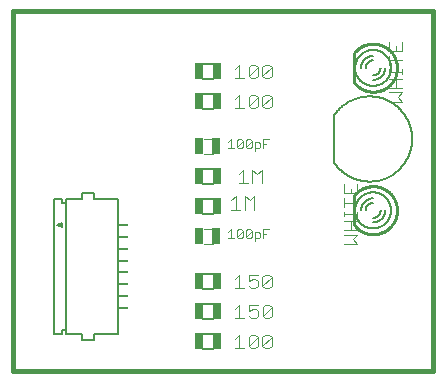
<source format=gto>
G75*
%MOIN*%
%OFA0B0*%
%FSLAX25Y25*%
%IPPOS*%
%LPD*%
%AMOC8*
5,1,8,0,0,1.08239X$1,22.5*
%
%ADD10C,0.01600*%
%ADD11C,0.01000*%
%ADD12C,0.00600*%
%ADD13C,0.00400*%
%ADD14R,0.02559X0.05512*%
%ADD15C,0.00800*%
%ADD16R,0.03346X0.00787*%
%ADD17C,0.00500*%
%ADD18R,0.02953X0.05709*%
%ADD19C,0.00300*%
D10*
X0001800Y0001800D02*
X0141800Y0001800D01*
X0141800Y0121800D01*
X0001800Y0121800D01*
X0001800Y0001800D01*
D11*
X0115600Y0050550D02*
X0115600Y0060550D01*
X0128613Y0059743D02*
X0128712Y0059578D01*
X0128807Y0059411D01*
X0128897Y0059242D01*
X0128984Y0059071D01*
X0129066Y0058897D01*
X0129144Y0058722D01*
X0129218Y0058545D01*
X0129288Y0058366D01*
X0129353Y0058186D01*
X0129414Y0058004D01*
X0129471Y0057821D01*
X0129523Y0057636D01*
X0129571Y0057450D01*
X0129614Y0057263D01*
X0129653Y0057075D01*
X0129688Y0056887D01*
X0129717Y0056697D01*
X0129743Y0056507D01*
X0129763Y0056316D01*
X0129779Y0056125D01*
X0129791Y0055933D01*
X0129798Y0055742D01*
X0129800Y0055550D01*
X0128746Y0059519D02*
X0128647Y0059688D01*
X0128543Y0059854D01*
X0128436Y0060018D01*
X0128325Y0060179D01*
X0128210Y0060337D01*
X0128091Y0060492D01*
X0127968Y0060645D01*
X0127842Y0060794D01*
X0127712Y0060940D01*
X0127578Y0061083D01*
X0127441Y0061223D01*
X0127301Y0061359D01*
X0127157Y0061492D01*
X0127010Y0061621D01*
X0126860Y0061747D01*
X0126707Y0061868D01*
X0126551Y0061987D01*
X0126392Y0062101D01*
X0126231Y0062211D01*
X0126066Y0062317D01*
X0125900Y0062420D01*
X0125730Y0062518D01*
X0125559Y0062612D01*
X0125385Y0062702D01*
X0125209Y0062787D01*
X0125031Y0062869D01*
X0124851Y0062945D01*
X0124669Y0063018D01*
X0124486Y0063086D01*
X0124301Y0063149D01*
X0124114Y0063208D01*
X0123926Y0063262D01*
X0123737Y0063312D01*
X0123547Y0063357D01*
X0123355Y0063397D01*
X0123163Y0063433D01*
X0122970Y0063464D01*
X0122776Y0063490D01*
X0122581Y0063512D01*
X0122386Y0063528D01*
X0122191Y0063540D01*
X0121995Y0063548D01*
X0121800Y0063550D01*
X0129800Y0055550D02*
X0129798Y0055362D01*
X0129791Y0055174D01*
X0129780Y0054986D01*
X0129765Y0054798D01*
X0129745Y0054611D01*
X0129720Y0054425D01*
X0129692Y0054239D01*
X0129659Y0054053D01*
X0129621Y0053869D01*
X0129580Y0053686D01*
X0129534Y0053503D01*
X0129483Y0053322D01*
X0129429Y0053142D01*
X0129370Y0052963D01*
X0129307Y0052786D01*
X0129240Y0052610D01*
X0129169Y0052436D01*
X0129094Y0052263D01*
X0129014Y0052093D01*
X0128931Y0051924D01*
X0128844Y0051757D01*
X0121800Y0047550D02*
X0121605Y0047552D01*
X0121411Y0047559D01*
X0121217Y0047571D01*
X0121023Y0047588D01*
X0120829Y0047609D01*
X0120636Y0047635D01*
X0120444Y0047666D01*
X0120252Y0047701D01*
X0120062Y0047741D01*
X0119872Y0047786D01*
X0119684Y0047835D01*
X0119497Y0047889D01*
X0119311Y0047947D01*
X0119127Y0048010D01*
X0118944Y0048077D01*
X0118763Y0048149D01*
X0118584Y0048225D01*
X0118407Y0048305D01*
X0118232Y0048390D01*
X0118058Y0048479D01*
X0117888Y0048572D01*
X0117719Y0048669D01*
X0117553Y0048771D01*
X0117389Y0048876D01*
X0117228Y0048985D01*
X0117069Y0049098D01*
X0116914Y0049215D01*
X0116761Y0049336D01*
X0116612Y0049461D01*
X0116465Y0049589D01*
X0116321Y0049720D01*
X0116181Y0049855D01*
X0116044Y0049994D01*
X0115911Y0050135D01*
X0115781Y0050280D01*
X0115654Y0050428D01*
X0121800Y0047550D02*
X0121992Y0047552D01*
X0122184Y0047559D01*
X0122376Y0047571D01*
X0122568Y0047587D01*
X0122759Y0047608D01*
X0122949Y0047633D01*
X0123139Y0047663D01*
X0123328Y0047697D01*
X0123516Y0047736D01*
X0123703Y0047780D01*
X0123889Y0047828D01*
X0124074Y0047880D01*
X0124258Y0047937D01*
X0124440Y0047998D01*
X0124620Y0048064D01*
X0124799Y0048134D01*
X0124977Y0048208D01*
X0125152Y0048286D01*
X0125326Y0048369D01*
X0125497Y0048456D01*
X0125666Y0048546D01*
X0125833Y0048641D01*
X0125998Y0048740D01*
X0126161Y0048843D01*
X0126320Y0048950D01*
X0126478Y0049060D01*
X0126632Y0049174D01*
X0126784Y0049292D01*
X0126933Y0049414D01*
X0127079Y0049539D01*
X0127221Y0049667D01*
X0127361Y0049799D01*
X0127498Y0049934D01*
X0127631Y0050073D01*
X0127761Y0050214D01*
X0127887Y0050359D01*
X0128010Y0050507D01*
X0128129Y0050657D01*
X0128245Y0050811D01*
X0128357Y0050967D01*
X0128465Y0051126D01*
X0128570Y0051287D01*
X0128670Y0051451D01*
X0128766Y0051617D01*
X0128859Y0051785D01*
X0121800Y0063550D02*
X0121607Y0063548D01*
X0121414Y0063541D01*
X0121222Y0063529D01*
X0121029Y0063513D01*
X0120837Y0063492D01*
X0120646Y0063466D01*
X0120456Y0063436D01*
X0120266Y0063401D01*
X0120077Y0063362D01*
X0119889Y0063318D01*
X0119702Y0063270D01*
X0119516Y0063217D01*
X0119332Y0063160D01*
X0119149Y0063098D01*
X0118968Y0063032D01*
X0118788Y0062961D01*
X0118610Y0062887D01*
X0118434Y0062808D01*
X0118260Y0062724D01*
X0118088Y0062637D01*
X0117918Y0062545D01*
X0117751Y0062449D01*
X0117585Y0062350D01*
X0117422Y0062246D01*
X0117262Y0062139D01*
X0117105Y0062027D01*
X0116950Y0061912D01*
X0116798Y0061793D01*
X0116649Y0061671D01*
X0116502Y0061545D01*
X0116359Y0061415D01*
X0116219Y0061282D01*
X0116083Y0061146D01*
X0115949Y0061006D01*
X0115820Y0060864D01*
X0115693Y0060718D01*
X0115600Y0098050D02*
X0115600Y0108050D01*
X0128613Y0107243D02*
X0128712Y0107078D01*
X0128807Y0106911D01*
X0128897Y0106742D01*
X0128984Y0106571D01*
X0129066Y0106397D01*
X0129144Y0106222D01*
X0129218Y0106045D01*
X0129288Y0105866D01*
X0129353Y0105686D01*
X0129414Y0105504D01*
X0129471Y0105321D01*
X0129523Y0105136D01*
X0129571Y0104950D01*
X0129614Y0104763D01*
X0129653Y0104575D01*
X0129688Y0104387D01*
X0129717Y0104197D01*
X0129743Y0104007D01*
X0129763Y0103816D01*
X0129779Y0103625D01*
X0129791Y0103433D01*
X0129798Y0103242D01*
X0129800Y0103050D01*
X0128746Y0107019D02*
X0128647Y0107188D01*
X0128543Y0107354D01*
X0128436Y0107518D01*
X0128325Y0107679D01*
X0128210Y0107837D01*
X0128091Y0107992D01*
X0127968Y0108145D01*
X0127842Y0108294D01*
X0127712Y0108440D01*
X0127578Y0108583D01*
X0127441Y0108723D01*
X0127301Y0108859D01*
X0127157Y0108992D01*
X0127010Y0109121D01*
X0126860Y0109247D01*
X0126707Y0109368D01*
X0126551Y0109487D01*
X0126392Y0109601D01*
X0126231Y0109711D01*
X0126066Y0109817D01*
X0125900Y0109920D01*
X0125730Y0110018D01*
X0125559Y0110112D01*
X0125385Y0110202D01*
X0125209Y0110287D01*
X0125031Y0110369D01*
X0124851Y0110445D01*
X0124669Y0110518D01*
X0124486Y0110586D01*
X0124301Y0110649D01*
X0124114Y0110708D01*
X0123926Y0110762D01*
X0123737Y0110812D01*
X0123547Y0110857D01*
X0123355Y0110897D01*
X0123163Y0110933D01*
X0122970Y0110964D01*
X0122776Y0110990D01*
X0122581Y0111012D01*
X0122386Y0111028D01*
X0122191Y0111040D01*
X0121995Y0111048D01*
X0121800Y0111050D01*
X0129800Y0103050D02*
X0129798Y0102862D01*
X0129791Y0102674D01*
X0129780Y0102486D01*
X0129765Y0102298D01*
X0129745Y0102111D01*
X0129720Y0101925D01*
X0129692Y0101739D01*
X0129659Y0101553D01*
X0129621Y0101369D01*
X0129580Y0101186D01*
X0129534Y0101003D01*
X0129483Y0100822D01*
X0129429Y0100642D01*
X0129370Y0100463D01*
X0129307Y0100286D01*
X0129240Y0100110D01*
X0129169Y0099936D01*
X0129094Y0099763D01*
X0129014Y0099593D01*
X0128931Y0099424D01*
X0128844Y0099257D01*
X0121800Y0095050D02*
X0121605Y0095052D01*
X0121411Y0095059D01*
X0121217Y0095071D01*
X0121023Y0095088D01*
X0120829Y0095109D01*
X0120636Y0095135D01*
X0120444Y0095166D01*
X0120252Y0095201D01*
X0120062Y0095241D01*
X0119872Y0095286D01*
X0119684Y0095335D01*
X0119497Y0095389D01*
X0119311Y0095447D01*
X0119127Y0095510D01*
X0118944Y0095577D01*
X0118763Y0095649D01*
X0118584Y0095725D01*
X0118407Y0095805D01*
X0118232Y0095890D01*
X0118058Y0095979D01*
X0117888Y0096072D01*
X0117719Y0096169D01*
X0117553Y0096271D01*
X0117389Y0096376D01*
X0117228Y0096485D01*
X0117069Y0096598D01*
X0116914Y0096715D01*
X0116761Y0096836D01*
X0116612Y0096961D01*
X0116465Y0097089D01*
X0116321Y0097220D01*
X0116181Y0097355D01*
X0116044Y0097494D01*
X0115911Y0097635D01*
X0115781Y0097780D01*
X0115654Y0097928D01*
X0121800Y0095050D02*
X0121992Y0095052D01*
X0122184Y0095059D01*
X0122376Y0095071D01*
X0122568Y0095087D01*
X0122759Y0095108D01*
X0122949Y0095133D01*
X0123139Y0095163D01*
X0123328Y0095197D01*
X0123516Y0095236D01*
X0123703Y0095280D01*
X0123889Y0095328D01*
X0124074Y0095380D01*
X0124258Y0095437D01*
X0124440Y0095498D01*
X0124620Y0095564D01*
X0124799Y0095634D01*
X0124977Y0095708D01*
X0125152Y0095786D01*
X0125326Y0095869D01*
X0125497Y0095956D01*
X0125666Y0096046D01*
X0125833Y0096141D01*
X0125998Y0096240D01*
X0126161Y0096343D01*
X0126320Y0096450D01*
X0126478Y0096560D01*
X0126632Y0096674D01*
X0126784Y0096792D01*
X0126933Y0096914D01*
X0127079Y0097039D01*
X0127221Y0097167D01*
X0127361Y0097299D01*
X0127498Y0097434D01*
X0127631Y0097573D01*
X0127761Y0097714D01*
X0127887Y0097859D01*
X0128010Y0098007D01*
X0128129Y0098157D01*
X0128245Y0098311D01*
X0128357Y0098467D01*
X0128465Y0098626D01*
X0128570Y0098787D01*
X0128670Y0098951D01*
X0128766Y0099117D01*
X0128859Y0099285D01*
X0121800Y0111050D02*
X0121607Y0111048D01*
X0121414Y0111041D01*
X0121222Y0111029D01*
X0121029Y0111013D01*
X0120837Y0110992D01*
X0120646Y0110966D01*
X0120456Y0110936D01*
X0120266Y0110901D01*
X0120077Y0110862D01*
X0119889Y0110818D01*
X0119702Y0110770D01*
X0119516Y0110717D01*
X0119332Y0110660D01*
X0119149Y0110598D01*
X0118968Y0110532D01*
X0118788Y0110461D01*
X0118610Y0110387D01*
X0118434Y0110308D01*
X0118260Y0110224D01*
X0118088Y0110137D01*
X0117918Y0110045D01*
X0117751Y0109949D01*
X0117585Y0109850D01*
X0117422Y0109746D01*
X0117262Y0109639D01*
X0117105Y0109527D01*
X0116950Y0109412D01*
X0116798Y0109293D01*
X0116649Y0109171D01*
X0116502Y0109045D01*
X0116359Y0108915D01*
X0116219Y0108782D01*
X0116083Y0108646D01*
X0115949Y0108506D01*
X0115820Y0108364D01*
X0115693Y0108218D01*
D12*
X0126285Y0107036D02*
X0126383Y0106922D01*
X0126479Y0106806D01*
X0126571Y0106688D01*
X0126661Y0106567D01*
X0126748Y0106444D01*
X0126831Y0106319D01*
X0126911Y0106192D01*
X0126989Y0106063D01*
X0127062Y0105932D01*
X0127133Y0105800D01*
X0127200Y0105665D01*
X0127264Y0105529D01*
X0127324Y0105391D01*
X0127381Y0105252D01*
X0127435Y0105112D01*
X0127485Y0104970D01*
X0127531Y0104827D01*
X0127574Y0104683D01*
X0127613Y0104537D01*
X0127648Y0104391D01*
X0127680Y0104244D01*
X0127708Y0104097D01*
X0127732Y0103948D01*
X0127753Y0103799D01*
X0127770Y0103650D01*
X0127783Y0103500D01*
X0127792Y0103350D01*
X0127798Y0103200D01*
X0127800Y0103050D01*
X0121800Y0097050D02*
X0121646Y0097052D01*
X0121492Y0097058D01*
X0121338Y0097068D01*
X0121184Y0097082D01*
X0121031Y0097099D01*
X0120879Y0097121D01*
X0120727Y0097147D01*
X0120575Y0097176D01*
X0120425Y0097210D01*
X0120275Y0097247D01*
X0120127Y0097288D01*
X0119979Y0097333D01*
X0119833Y0097382D01*
X0119688Y0097434D01*
X0119545Y0097490D01*
X0119402Y0097550D01*
X0119262Y0097613D01*
X0119123Y0097680D01*
X0118986Y0097751D01*
X0118851Y0097825D01*
X0118718Y0097902D01*
X0118586Y0097983D01*
X0118457Y0098067D01*
X0118330Y0098155D01*
X0118206Y0098246D01*
X0118084Y0098339D01*
X0117964Y0098437D01*
X0117847Y0098537D01*
X0117732Y0098640D01*
X0117620Y0098746D01*
X0117511Y0098854D01*
X0117405Y0098966D01*
X0117301Y0099080D01*
X0117201Y0099197D01*
X0117103Y0099316D01*
X0117009Y0099438D01*
X0116918Y0099563D01*
X0121800Y0109050D02*
X0121952Y0109048D01*
X0122103Y0109042D01*
X0122254Y0109033D01*
X0122406Y0109019D01*
X0122556Y0109002D01*
X0122706Y0108981D01*
X0122856Y0108956D01*
X0123005Y0108928D01*
X0123153Y0108895D01*
X0123300Y0108859D01*
X0123447Y0108820D01*
X0123592Y0108776D01*
X0123736Y0108729D01*
X0123879Y0108678D01*
X0124020Y0108624D01*
X0124161Y0108566D01*
X0124299Y0108505D01*
X0124436Y0108440D01*
X0124572Y0108371D01*
X0124705Y0108300D01*
X0124837Y0108225D01*
X0124967Y0108146D01*
X0125094Y0108065D01*
X0125220Y0107980D01*
X0125344Y0107892D01*
X0125465Y0107801D01*
X0125584Y0107707D01*
X0125700Y0107609D01*
X0125814Y0107509D01*
X0125926Y0107407D01*
X0126034Y0107301D01*
X0126140Y0107193D01*
X0126244Y0107082D01*
X0126344Y0106968D01*
X0126442Y0106852D01*
X0126536Y0106733D01*
X0115800Y0103050D02*
X0115802Y0102898D01*
X0115808Y0102746D01*
X0115817Y0102595D01*
X0115831Y0102444D01*
X0115848Y0102293D01*
X0115869Y0102142D01*
X0115894Y0101993D01*
X0115923Y0101843D01*
X0115955Y0101695D01*
X0115991Y0101548D01*
X0116031Y0101401D01*
X0116075Y0101256D01*
X0116122Y0101111D01*
X0116173Y0100968D01*
X0116227Y0100827D01*
X0116285Y0100686D01*
X0116347Y0100547D01*
X0116412Y0100410D01*
X0116480Y0100275D01*
X0116552Y0100141D01*
X0116628Y0100009D01*
X0116706Y0099879D01*
X0116788Y0099751D01*
X0116873Y0099626D01*
X0116961Y0099502D01*
X0117053Y0099381D01*
X0117147Y0099262D01*
X0117244Y0099145D01*
X0115800Y0103050D02*
X0115802Y0103204D01*
X0115808Y0103359D01*
X0115818Y0103513D01*
X0115832Y0103666D01*
X0115850Y0103820D01*
X0115871Y0103973D01*
X0115897Y0104125D01*
X0115927Y0104276D01*
X0115960Y0104427D01*
X0115998Y0104577D01*
X0116039Y0104726D01*
X0116084Y0104873D01*
X0116133Y0105020D01*
X0116185Y0105165D01*
X0116241Y0105309D01*
X0116301Y0105451D01*
X0116365Y0105592D01*
X0116432Y0105731D01*
X0116503Y0105868D01*
X0116577Y0106003D01*
X0116655Y0106137D01*
X0116736Y0106268D01*
X0116820Y0106397D01*
X0116908Y0106524D01*
X0116999Y0106649D01*
X0117093Y0106771D01*
X0117191Y0106891D01*
X0121800Y0097050D02*
X0121950Y0097052D01*
X0122101Y0097058D01*
X0122251Y0097067D01*
X0122400Y0097080D01*
X0122550Y0097097D01*
X0122699Y0097118D01*
X0122847Y0097142D01*
X0122995Y0097170D01*
X0123142Y0097202D01*
X0123288Y0097237D01*
X0123433Y0097277D01*
X0123577Y0097319D01*
X0123720Y0097366D01*
X0123862Y0097416D01*
X0124003Y0097469D01*
X0124142Y0097526D01*
X0124280Y0097586D01*
X0124416Y0097650D01*
X0124550Y0097717D01*
X0124683Y0097788D01*
X0124814Y0097862D01*
X0124943Y0097939D01*
X0125070Y0098020D01*
X0125195Y0098103D01*
X0125318Y0098190D01*
X0125439Y0098279D01*
X0125557Y0098372D01*
X0125673Y0098468D01*
X0125787Y0098566D01*
X0125898Y0098667D01*
X0126007Y0098772D01*
X0126112Y0098878D01*
X0126216Y0098988D01*
X0126316Y0099100D01*
X0126414Y0099214D01*
X0126508Y0099331D01*
X0126600Y0099450D01*
X0121800Y0109050D02*
X0121648Y0109048D01*
X0121497Y0109042D01*
X0121346Y0109033D01*
X0121194Y0109019D01*
X0121044Y0109002D01*
X0120894Y0108981D01*
X0120744Y0108956D01*
X0120595Y0108928D01*
X0120447Y0108895D01*
X0120300Y0108859D01*
X0120153Y0108820D01*
X0120008Y0108776D01*
X0119864Y0108729D01*
X0119721Y0108678D01*
X0119580Y0108624D01*
X0119439Y0108566D01*
X0119301Y0108505D01*
X0119164Y0108440D01*
X0119028Y0108371D01*
X0118895Y0108300D01*
X0118763Y0108225D01*
X0118633Y0108146D01*
X0118506Y0108065D01*
X0118380Y0107980D01*
X0118256Y0107892D01*
X0118135Y0107801D01*
X0118016Y0107707D01*
X0117900Y0107609D01*
X0117786Y0107509D01*
X0117674Y0107407D01*
X0117566Y0107301D01*
X0117460Y0107193D01*
X0117356Y0107082D01*
X0117256Y0106968D01*
X0117158Y0106852D01*
X0117064Y0106733D01*
X0127800Y0103050D02*
X0127798Y0102896D01*
X0127792Y0102741D01*
X0127782Y0102587D01*
X0127768Y0102434D01*
X0127750Y0102280D01*
X0127729Y0102127D01*
X0127703Y0101975D01*
X0127673Y0101824D01*
X0127640Y0101673D01*
X0127602Y0101523D01*
X0127561Y0101374D01*
X0127516Y0101227D01*
X0127467Y0101080D01*
X0127415Y0100935D01*
X0127359Y0100791D01*
X0127299Y0100649D01*
X0127235Y0100508D01*
X0127168Y0100369D01*
X0127097Y0100232D01*
X0127023Y0100097D01*
X0126945Y0099963D01*
X0126864Y0099832D01*
X0126780Y0099703D01*
X0126692Y0099576D01*
X0126601Y0099451D01*
X0126507Y0099329D01*
X0126409Y0099209D01*
X0121800Y0107050D02*
X0121674Y0107048D01*
X0121549Y0107042D01*
X0121424Y0107032D01*
X0121299Y0107018D01*
X0121174Y0107001D01*
X0121050Y0106979D01*
X0120927Y0106954D01*
X0120805Y0106924D01*
X0120684Y0106891D01*
X0120564Y0106854D01*
X0120445Y0106814D01*
X0120328Y0106769D01*
X0120211Y0106721D01*
X0120097Y0106669D01*
X0119984Y0106614D01*
X0119873Y0106555D01*
X0119764Y0106493D01*
X0119657Y0106427D01*
X0119552Y0106358D01*
X0119449Y0106286D01*
X0119348Y0106211D01*
X0119250Y0106132D01*
X0119155Y0106050D01*
X0119062Y0105966D01*
X0118972Y0105878D01*
X0118884Y0105788D01*
X0118800Y0105695D01*
X0118718Y0105600D01*
X0118639Y0105502D01*
X0118564Y0105401D01*
X0118492Y0105298D01*
X0118423Y0105193D01*
X0118357Y0105086D01*
X0118295Y0104977D01*
X0118236Y0104866D01*
X0118181Y0104753D01*
X0118129Y0104639D01*
X0118081Y0104522D01*
X0118036Y0104405D01*
X0117996Y0104286D01*
X0117959Y0104166D01*
X0117926Y0104045D01*
X0117896Y0103923D01*
X0117871Y0103800D01*
X0117849Y0103676D01*
X0117832Y0103551D01*
X0117818Y0103426D01*
X0117808Y0103301D01*
X0117802Y0103176D01*
X0117800Y0103050D01*
X0119300Y0103050D02*
X0119302Y0103148D01*
X0119308Y0103246D01*
X0119317Y0103344D01*
X0119331Y0103441D01*
X0119348Y0103538D01*
X0119369Y0103634D01*
X0119394Y0103729D01*
X0119422Y0103823D01*
X0119455Y0103915D01*
X0119490Y0104007D01*
X0119530Y0104097D01*
X0119572Y0104185D01*
X0119619Y0104272D01*
X0119668Y0104356D01*
X0119721Y0104439D01*
X0119777Y0104519D01*
X0119837Y0104598D01*
X0119899Y0104674D01*
X0119964Y0104747D01*
X0120032Y0104818D01*
X0120103Y0104886D01*
X0120176Y0104951D01*
X0120252Y0105013D01*
X0120331Y0105073D01*
X0120411Y0105129D01*
X0120494Y0105182D01*
X0120578Y0105231D01*
X0120665Y0105278D01*
X0120753Y0105320D01*
X0120843Y0105360D01*
X0120935Y0105395D01*
X0121027Y0105428D01*
X0121121Y0105456D01*
X0121216Y0105481D01*
X0121312Y0105502D01*
X0121409Y0105519D01*
X0121506Y0105533D01*
X0121604Y0105542D01*
X0121702Y0105548D01*
X0121800Y0105550D01*
X0125800Y0103050D02*
X0125798Y0102924D01*
X0125792Y0102799D01*
X0125782Y0102674D01*
X0125768Y0102549D01*
X0125751Y0102424D01*
X0125729Y0102300D01*
X0125704Y0102177D01*
X0125674Y0102055D01*
X0125641Y0101934D01*
X0125604Y0101814D01*
X0125564Y0101695D01*
X0125519Y0101578D01*
X0125471Y0101461D01*
X0125419Y0101347D01*
X0125364Y0101234D01*
X0125305Y0101123D01*
X0125243Y0101014D01*
X0125177Y0100907D01*
X0125108Y0100802D01*
X0125036Y0100699D01*
X0124961Y0100598D01*
X0124882Y0100500D01*
X0124800Y0100405D01*
X0124716Y0100312D01*
X0124628Y0100222D01*
X0124538Y0100134D01*
X0124445Y0100050D01*
X0124350Y0099968D01*
X0124252Y0099889D01*
X0124151Y0099814D01*
X0124048Y0099742D01*
X0123943Y0099673D01*
X0123836Y0099607D01*
X0123727Y0099545D01*
X0123616Y0099486D01*
X0123503Y0099431D01*
X0123389Y0099379D01*
X0123272Y0099331D01*
X0123155Y0099286D01*
X0123036Y0099246D01*
X0122916Y0099209D01*
X0122795Y0099176D01*
X0122673Y0099146D01*
X0122550Y0099121D01*
X0122426Y0099099D01*
X0122301Y0099082D01*
X0122176Y0099068D01*
X0122051Y0099058D01*
X0121926Y0099052D01*
X0121800Y0099050D01*
X0121800Y0100550D02*
X0121898Y0100552D01*
X0121996Y0100558D01*
X0122094Y0100567D01*
X0122191Y0100581D01*
X0122288Y0100598D01*
X0122384Y0100619D01*
X0122479Y0100644D01*
X0122573Y0100672D01*
X0122665Y0100705D01*
X0122757Y0100740D01*
X0122847Y0100780D01*
X0122935Y0100822D01*
X0123022Y0100869D01*
X0123106Y0100918D01*
X0123189Y0100971D01*
X0123269Y0101027D01*
X0123348Y0101087D01*
X0123424Y0101149D01*
X0123497Y0101214D01*
X0123568Y0101282D01*
X0123636Y0101353D01*
X0123701Y0101426D01*
X0123763Y0101502D01*
X0123823Y0101581D01*
X0123879Y0101661D01*
X0123932Y0101744D01*
X0123981Y0101828D01*
X0124028Y0101915D01*
X0124070Y0102003D01*
X0124110Y0102093D01*
X0124145Y0102185D01*
X0124178Y0102277D01*
X0124206Y0102371D01*
X0124231Y0102466D01*
X0124252Y0102562D01*
X0124269Y0102659D01*
X0124283Y0102756D01*
X0124292Y0102854D01*
X0124298Y0102952D01*
X0124300Y0103050D01*
X0068414Y0104300D02*
X0065186Y0104300D01*
X0065186Y0099300D02*
X0068414Y0099300D01*
X0068414Y0094300D02*
X0065186Y0094300D01*
X0065186Y0089300D02*
X0068414Y0089300D01*
X0068414Y0069300D02*
X0065186Y0069300D01*
X0065186Y0064300D02*
X0068414Y0064300D01*
X0068414Y0059300D02*
X0065186Y0059300D01*
X0065186Y0054300D02*
X0068414Y0054300D01*
X0068414Y0034300D02*
X0065186Y0034300D01*
X0065186Y0029300D02*
X0068414Y0029300D01*
X0068414Y0024300D02*
X0065186Y0024300D01*
X0065186Y0019300D02*
X0068414Y0019300D01*
X0068414Y0014300D02*
X0065186Y0014300D01*
X0065186Y0009300D02*
X0068414Y0009300D01*
X0121800Y0061550D02*
X0121952Y0061548D01*
X0122103Y0061542D01*
X0122254Y0061533D01*
X0122406Y0061519D01*
X0122556Y0061502D01*
X0122706Y0061481D01*
X0122856Y0061456D01*
X0123005Y0061428D01*
X0123153Y0061395D01*
X0123300Y0061359D01*
X0123447Y0061320D01*
X0123592Y0061276D01*
X0123736Y0061229D01*
X0123879Y0061178D01*
X0124020Y0061124D01*
X0124161Y0061066D01*
X0124299Y0061005D01*
X0124436Y0060940D01*
X0124572Y0060871D01*
X0124705Y0060800D01*
X0124837Y0060725D01*
X0124967Y0060646D01*
X0125094Y0060565D01*
X0125220Y0060480D01*
X0125344Y0060392D01*
X0125465Y0060301D01*
X0125584Y0060207D01*
X0125700Y0060109D01*
X0125814Y0060009D01*
X0125926Y0059907D01*
X0126034Y0059801D01*
X0126140Y0059693D01*
X0126244Y0059582D01*
X0126344Y0059468D01*
X0126442Y0059352D01*
X0126536Y0059233D01*
X0126285Y0059536D02*
X0126383Y0059422D01*
X0126479Y0059306D01*
X0126571Y0059188D01*
X0126661Y0059067D01*
X0126748Y0058944D01*
X0126831Y0058819D01*
X0126911Y0058692D01*
X0126989Y0058563D01*
X0127062Y0058432D01*
X0127133Y0058300D01*
X0127200Y0058165D01*
X0127264Y0058029D01*
X0127324Y0057891D01*
X0127381Y0057752D01*
X0127435Y0057612D01*
X0127485Y0057470D01*
X0127531Y0057327D01*
X0127574Y0057183D01*
X0127613Y0057037D01*
X0127648Y0056891D01*
X0127680Y0056744D01*
X0127708Y0056597D01*
X0127732Y0056448D01*
X0127753Y0056299D01*
X0127770Y0056150D01*
X0127783Y0056000D01*
X0127792Y0055850D01*
X0127798Y0055700D01*
X0127800Y0055550D01*
X0121800Y0049550D02*
X0121646Y0049552D01*
X0121492Y0049558D01*
X0121338Y0049568D01*
X0121184Y0049582D01*
X0121031Y0049599D01*
X0120879Y0049621D01*
X0120727Y0049647D01*
X0120575Y0049676D01*
X0120425Y0049710D01*
X0120275Y0049747D01*
X0120127Y0049788D01*
X0119979Y0049833D01*
X0119833Y0049882D01*
X0119688Y0049934D01*
X0119545Y0049990D01*
X0119402Y0050050D01*
X0119262Y0050113D01*
X0119123Y0050180D01*
X0118986Y0050251D01*
X0118851Y0050325D01*
X0118718Y0050402D01*
X0118586Y0050483D01*
X0118457Y0050567D01*
X0118330Y0050655D01*
X0118206Y0050746D01*
X0118084Y0050839D01*
X0117964Y0050937D01*
X0117847Y0051037D01*
X0117732Y0051140D01*
X0117620Y0051246D01*
X0117511Y0051354D01*
X0117405Y0051466D01*
X0117301Y0051580D01*
X0117201Y0051697D01*
X0117103Y0051816D01*
X0117009Y0051938D01*
X0116918Y0052063D01*
X0115800Y0055550D02*
X0115802Y0055704D01*
X0115808Y0055859D01*
X0115818Y0056013D01*
X0115832Y0056166D01*
X0115850Y0056320D01*
X0115871Y0056473D01*
X0115897Y0056625D01*
X0115927Y0056776D01*
X0115960Y0056927D01*
X0115998Y0057077D01*
X0116039Y0057226D01*
X0116084Y0057373D01*
X0116133Y0057520D01*
X0116185Y0057665D01*
X0116241Y0057809D01*
X0116301Y0057951D01*
X0116365Y0058092D01*
X0116432Y0058231D01*
X0116503Y0058368D01*
X0116577Y0058503D01*
X0116655Y0058637D01*
X0116736Y0058768D01*
X0116820Y0058897D01*
X0116908Y0059024D01*
X0116999Y0059149D01*
X0117093Y0059271D01*
X0117191Y0059391D01*
X0115800Y0055550D02*
X0115802Y0055398D01*
X0115808Y0055246D01*
X0115817Y0055095D01*
X0115831Y0054944D01*
X0115848Y0054793D01*
X0115869Y0054642D01*
X0115894Y0054493D01*
X0115923Y0054343D01*
X0115955Y0054195D01*
X0115991Y0054048D01*
X0116031Y0053901D01*
X0116075Y0053756D01*
X0116122Y0053611D01*
X0116173Y0053468D01*
X0116227Y0053327D01*
X0116285Y0053186D01*
X0116347Y0053047D01*
X0116412Y0052910D01*
X0116480Y0052775D01*
X0116552Y0052641D01*
X0116628Y0052509D01*
X0116706Y0052379D01*
X0116788Y0052251D01*
X0116873Y0052126D01*
X0116961Y0052002D01*
X0117053Y0051881D01*
X0117147Y0051762D01*
X0117244Y0051645D01*
X0121800Y0049550D02*
X0121950Y0049552D01*
X0122101Y0049558D01*
X0122251Y0049567D01*
X0122400Y0049580D01*
X0122550Y0049597D01*
X0122699Y0049618D01*
X0122847Y0049642D01*
X0122995Y0049670D01*
X0123142Y0049702D01*
X0123288Y0049737D01*
X0123433Y0049777D01*
X0123577Y0049819D01*
X0123720Y0049866D01*
X0123862Y0049916D01*
X0124003Y0049969D01*
X0124142Y0050026D01*
X0124280Y0050086D01*
X0124416Y0050150D01*
X0124550Y0050217D01*
X0124683Y0050288D01*
X0124814Y0050362D01*
X0124943Y0050439D01*
X0125070Y0050520D01*
X0125195Y0050603D01*
X0125318Y0050690D01*
X0125439Y0050779D01*
X0125557Y0050872D01*
X0125673Y0050968D01*
X0125787Y0051066D01*
X0125898Y0051167D01*
X0126007Y0051272D01*
X0126112Y0051378D01*
X0126216Y0051488D01*
X0126316Y0051600D01*
X0126414Y0051714D01*
X0126508Y0051831D01*
X0126600Y0051950D01*
X0121800Y0061550D02*
X0121648Y0061548D01*
X0121497Y0061542D01*
X0121346Y0061533D01*
X0121194Y0061519D01*
X0121044Y0061502D01*
X0120894Y0061481D01*
X0120744Y0061456D01*
X0120595Y0061428D01*
X0120447Y0061395D01*
X0120300Y0061359D01*
X0120153Y0061320D01*
X0120008Y0061276D01*
X0119864Y0061229D01*
X0119721Y0061178D01*
X0119580Y0061124D01*
X0119439Y0061066D01*
X0119301Y0061005D01*
X0119164Y0060940D01*
X0119028Y0060871D01*
X0118895Y0060800D01*
X0118763Y0060725D01*
X0118633Y0060646D01*
X0118506Y0060565D01*
X0118380Y0060480D01*
X0118256Y0060392D01*
X0118135Y0060301D01*
X0118016Y0060207D01*
X0117900Y0060109D01*
X0117786Y0060009D01*
X0117674Y0059907D01*
X0117566Y0059801D01*
X0117460Y0059693D01*
X0117356Y0059582D01*
X0117256Y0059468D01*
X0117158Y0059352D01*
X0117064Y0059233D01*
X0127800Y0055550D02*
X0127798Y0055396D01*
X0127792Y0055241D01*
X0127782Y0055087D01*
X0127768Y0054934D01*
X0127750Y0054780D01*
X0127729Y0054627D01*
X0127703Y0054475D01*
X0127673Y0054324D01*
X0127640Y0054173D01*
X0127602Y0054023D01*
X0127561Y0053874D01*
X0127516Y0053727D01*
X0127467Y0053580D01*
X0127415Y0053435D01*
X0127359Y0053291D01*
X0127299Y0053149D01*
X0127235Y0053008D01*
X0127168Y0052869D01*
X0127097Y0052732D01*
X0127023Y0052597D01*
X0126945Y0052463D01*
X0126864Y0052332D01*
X0126780Y0052203D01*
X0126692Y0052076D01*
X0126601Y0051951D01*
X0126507Y0051829D01*
X0126409Y0051709D01*
X0121800Y0059550D02*
X0121674Y0059548D01*
X0121549Y0059542D01*
X0121424Y0059532D01*
X0121299Y0059518D01*
X0121174Y0059501D01*
X0121050Y0059479D01*
X0120927Y0059454D01*
X0120805Y0059424D01*
X0120684Y0059391D01*
X0120564Y0059354D01*
X0120445Y0059314D01*
X0120328Y0059269D01*
X0120211Y0059221D01*
X0120097Y0059169D01*
X0119984Y0059114D01*
X0119873Y0059055D01*
X0119764Y0058993D01*
X0119657Y0058927D01*
X0119552Y0058858D01*
X0119449Y0058786D01*
X0119348Y0058711D01*
X0119250Y0058632D01*
X0119155Y0058550D01*
X0119062Y0058466D01*
X0118972Y0058378D01*
X0118884Y0058288D01*
X0118800Y0058195D01*
X0118718Y0058100D01*
X0118639Y0058002D01*
X0118564Y0057901D01*
X0118492Y0057798D01*
X0118423Y0057693D01*
X0118357Y0057586D01*
X0118295Y0057477D01*
X0118236Y0057366D01*
X0118181Y0057253D01*
X0118129Y0057139D01*
X0118081Y0057022D01*
X0118036Y0056905D01*
X0117996Y0056786D01*
X0117959Y0056666D01*
X0117926Y0056545D01*
X0117896Y0056423D01*
X0117871Y0056300D01*
X0117849Y0056176D01*
X0117832Y0056051D01*
X0117818Y0055926D01*
X0117808Y0055801D01*
X0117802Y0055676D01*
X0117800Y0055550D01*
X0119300Y0055550D02*
X0119302Y0055648D01*
X0119308Y0055746D01*
X0119317Y0055844D01*
X0119331Y0055941D01*
X0119348Y0056038D01*
X0119369Y0056134D01*
X0119394Y0056229D01*
X0119422Y0056323D01*
X0119455Y0056415D01*
X0119490Y0056507D01*
X0119530Y0056597D01*
X0119572Y0056685D01*
X0119619Y0056772D01*
X0119668Y0056856D01*
X0119721Y0056939D01*
X0119777Y0057019D01*
X0119837Y0057098D01*
X0119899Y0057174D01*
X0119964Y0057247D01*
X0120032Y0057318D01*
X0120103Y0057386D01*
X0120176Y0057451D01*
X0120252Y0057513D01*
X0120331Y0057573D01*
X0120411Y0057629D01*
X0120494Y0057682D01*
X0120578Y0057731D01*
X0120665Y0057778D01*
X0120753Y0057820D01*
X0120843Y0057860D01*
X0120935Y0057895D01*
X0121027Y0057928D01*
X0121121Y0057956D01*
X0121216Y0057981D01*
X0121312Y0058002D01*
X0121409Y0058019D01*
X0121506Y0058033D01*
X0121604Y0058042D01*
X0121702Y0058048D01*
X0121800Y0058050D01*
X0125800Y0055550D02*
X0125798Y0055424D01*
X0125792Y0055299D01*
X0125782Y0055174D01*
X0125768Y0055049D01*
X0125751Y0054924D01*
X0125729Y0054800D01*
X0125704Y0054677D01*
X0125674Y0054555D01*
X0125641Y0054434D01*
X0125604Y0054314D01*
X0125564Y0054195D01*
X0125519Y0054078D01*
X0125471Y0053961D01*
X0125419Y0053847D01*
X0125364Y0053734D01*
X0125305Y0053623D01*
X0125243Y0053514D01*
X0125177Y0053407D01*
X0125108Y0053302D01*
X0125036Y0053199D01*
X0124961Y0053098D01*
X0124882Y0053000D01*
X0124800Y0052905D01*
X0124716Y0052812D01*
X0124628Y0052722D01*
X0124538Y0052634D01*
X0124445Y0052550D01*
X0124350Y0052468D01*
X0124252Y0052389D01*
X0124151Y0052314D01*
X0124048Y0052242D01*
X0123943Y0052173D01*
X0123836Y0052107D01*
X0123727Y0052045D01*
X0123616Y0051986D01*
X0123503Y0051931D01*
X0123389Y0051879D01*
X0123272Y0051831D01*
X0123155Y0051786D01*
X0123036Y0051746D01*
X0122916Y0051709D01*
X0122795Y0051676D01*
X0122673Y0051646D01*
X0122550Y0051621D01*
X0122426Y0051599D01*
X0122301Y0051582D01*
X0122176Y0051568D01*
X0122051Y0051558D01*
X0121926Y0051552D01*
X0121800Y0051550D01*
X0121800Y0053050D02*
X0121898Y0053052D01*
X0121996Y0053058D01*
X0122094Y0053067D01*
X0122191Y0053081D01*
X0122288Y0053098D01*
X0122384Y0053119D01*
X0122479Y0053144D01*
X0122573Y0053172D01*
X0122665Y0053205D01*
X0122757Y0053240D01*
X0122847Y0053280D01*
X0122935Y0053322D01*
X0123022Y0053369D01*
X0123106Y0053418D01*
X0123189Y0053471D01*
X0123269Y0053527D01*
X0123348Y0053587D01*
X0123424Y0053649D01*
X0123497Y0053714D01*
X0123568Y0053782D01*
X0123636Y0053853D01*
X0123701Y0053926D01*
X0123763Y0054002D01*
X0123823Y0054081D01*
X0123879Y0054161D01*
X0123932Y0054244D01*
X0123981Y0054328D01*
X0124028Y0054415D01*
X0124070Y0054503D01*
X0124110Y0054593D01*
X0124145Y0054685D01*
X0124178Y0054777D01*
X0124206Y0054871D01*
X0124231Y0054966D01*
X0124252Y0055062D01*
X0124269Y0055159D01*
X0124283Y0055256D01*
X0124292Y0055354D01*
X0124298Y0055452D01*
X0124300Y0055550D01*
D13*
X0116600Y0055007D02*
X0116600Y0053473D01*
X0116600Y0054240D02*
X0111996Y0054240D01*
X0111996Y0053473D02*
X0111996Y0055007D01*
X0111996Y0056542D02*
X0111996Y0059611D01*
X0111996Y0058077D02*
X0116600Y0058077D01*
X0116600Y0061146D02*
X0116600Y0064215D01*
X0114298Y0062681D02*
X0114298Y0061146D01*
X0111996Y0061146D02*
X0116600Y0061146D01*
X0111996Y0061146D02*
X0111996Y0064215D01*
X0111996Y0051938D02*
X0116600Y0051938D01*
X0114298Y0051938D02*
X0114298Y0048869D01*
X0116600Y0048869D02*
X0111996Y0048869D01*
X0111996Y0047334D02*
X0116600Y0047334D01*
X0115065Y0045800D01*
X0116600Y0044265D01*
X0111996Y0044265D01*
X0087965Y0033337D02*
X0087965Y0030267D01*
X0087198Y0029500D01*
X0085663Y0029500D01*
X0084896Y0030267D01*
X0087965Y0033337D01*
X0087198Y0034104D01*
X0085663Y0034104D01*
X0084896Y0033337D01*
X0084896Y0030267D01*
X0083361Y0030267D02*
X0082594Y0029500D01*
X0081059Y0029500D01*
X0080292Y0030267D01*
X0080292Y0031802D02*
X0081827Y0032569D01*
X0082594Y0032569D01*
X0083361Y0031802D01*
X0083361Y0030267D01*
X0080292Y0031802D02*
X0080292Y0034104D01*
X0083361Y0034104D01*
X0077223Y0034104D02*
X0077223Y0029500D01*
X0078757Y0029500D02*
X0075688Y0029500D01*
X0075688Y0032569D02*
X0077223Y0034104D01*
X0077285Y0024104D02*
X0077285Y0019500D01*
X0078819Y0019500D02*
X0075750Y0019500D01*
X0075750Y0022569D02*
X0077285Y0024104D01*
X0080354Y0024104D02*
X0080354Y0021802D01*
X0081889Y0022569D01*
X0082656Y0022569D01*
X0083423Y0021802D01*
X0083423Y0020267D01*
X0082656Y0019500D01*
X0081121Y0019500D01*
X0080354Y0020267D01*
X0084958Y0020267D02*
X0088027Y0023337D01*
X0088027Y0020267D01*
X0087260Y0019500D01*
X0085725Y0019500D01*
X0084958Y0020267D01*
X0084958Y0023337D01*
X0085725Y0024104D01*
X0087260Y0024104D01*
X0088027Y0023337D01*
X0083423Y0024104D02*
X0080354Y0024104D01*
X0081059Y0014104D02*
X0082594Y0014104D01*
X0083361Y0013337D01*
X0080292Y0010267D01*
X0081059Y0009500D01*
X0082594Y0009500D01*
X0083361Y0010267D01*
X0083361Y0013337D01*
X0084896Y0013337D02*
X0085663Y0014104D01*
X0087198Y0014104D01*
X0087965Y0013337D01*
X0084896Y0010267D01*
X0085663Y0009500D01*
X0087198Y0009500D01*
X0087965Y0010267D01*
X0087965Y0013337D01*
X0084896Y0013337D02*
X0084896Y0010267D01*
X0080292Y0010267D02*
X0080292Y0013337D01*
X0081059Y0014104D01*
X0077223Y0014104D02*
X0075688Y0012569D01*
X0077223Y0014104D02*
X0077223Y0009500D01*
X0078757Y0009500D02*
X0075688Y0009500D01*
X0068300Y0044202D02*
X0065300Y0044202D01*
X0065300Y0049398D02*
X0068202Y0049398D01*
X0074500Y0055750D02*
X0077569Y0055750D01*
X0076035Y0055750D02*
X0076035Y0060354D01*
X0074500Y0058819D01*
X0079104Y0060354D02*
X0079104Y0055750D01*
X0082173Y0055750D02*
X0082173Y0060354D01*
X0080639Y0058819D01*
X0079104Y0060354D01*
X0078535Y0064500D02*
X0078535Y0069104D01*
X0077000Y0067569D01*
X0077000Y0064500D02*
X0080069Y0064500D01*
X0081604Y0064500D02*
X0081604Y0069104D01*
X0083139Y0067569D01*
X0084673Y0069104D01*
X0084673Y0064500D01*
X0068300Y0074202D02*
X0065300Y0074202D01*
X0065300Y0079398D02*
X0068202Y0079398D01*
X0075688Y0089500D02*
X0078757Y0089500D01*
X0077223Y0089500D02*
X0077223Y0094104D01*
X0075688Y0092569D01*
X0080292Y0093337D02*
X0080292Y0090267D01*
X0083361Y0093337D01*
X0083361Y0090267D01*
X0082594Y0089500D01*
X0081059Y0089500D01*
X0080292Y0090267D01*
X0084896Y0090267D02*
X0087965Y0093337D01*
X0087965Y0090267D01*
X0087198Y0089500D01*
X0085663Y0089500D01*
X0084896Y0090267D01*
X0084896Y0093337D01*
X0085663Y0094104D01*
X0087198Y0094104D01*
X0087965Y0093337D01*
X0083361Y0093337D02*
X0082594Y0094104D01*
X0081059Y0094104D01*
X0080292Y0093337D01*
X0081059Y0099500D02*
X0080292Y0100267D01*
X0083361Y0103337D01*
X0083361Y0100267D01*
X0082594Y0099500D01*
X0081059Y0099500D01*
X0080292Y0100267D02*
X0080292Y0103337D01*
X0081059Y0104104D01*
X0082594Y0104104D01*
X0083361Y0103337D01*
X0084896Y0103337D02*
X0085663Y0104104D01*
X0087198Y0104104D01*
X0087965Y0103337D01*
X0084896Y0100267D01*
X0085663Y0099500D01*
X0087198Y0099500D01*
X0087965Y0100267D01*
X0087965Y0103337D01*
X0084896Y0103337D02*
X0084896Y0100267D01*
X0078757Y0099500D02*
X0075688Y0099500D01*
X0077223Y0099500D02*
X0077223Y0104104D01*
X0075688Y0102569D01*
X0126996Y0102507D02*
X0126996Y0100973D01*
X0126996Y0101740D02*
X0131600Y0101740D01*
X0131600Y0100973D02*
X0131600Y0102507D01*
X0131600Y0099438D02*
X0126996Y0099438D01*
X0129298Y0099438D02*
X0129298Y0096369D01*
X0131600Y0096369D02*
X0126996Y0096369D01*
X0126996Y0094834D02*
X0131600Y0094834D01*
X0130065Y0093300D01*
X0131600Y0091765D01*
X0126996Y0091765D01*
X0126996Y0104042D02*
X0126996Y0107111D01*
X0126996Y0105577D02*
X0131600Y0105577D01*
X0131600Y0108646D02*
X0131600Y0111715D01*
X0129298Y0110181D02*
X0129298Y0108646D01*
X0126996Y0108646D02*
X0131600Y0108646D01*
X0126996Y0108646D02*
X0126996Y0111715D01*
D14*
X0069720Y0101794D03*
X0063920Y0101794D03*
X0063920Y0091794D03*
X0069720Y0091794D03*
X0069680Y0066806D03*
X0063880Y0066806D03*
X0063880Y0056806D03*
X0069680Y0056806D03*
X0069720Y0031794D03*
X0063920Y0031794D03*
X0063880Y0021806D03*
X0069680Y0021806D03*
X0069720Y0011794D03*
X0063920Y0011794D03*
D15*
X0036643Y0014359D02*
X0036643Y0021052D01*
X0036643Y0014359D02*
X0028769Y0014359D01*
X0028769Y0012391D01*
X0024831Y0012391D01*
X0024831Y0014359D01*
X0019320Y0014359D01*
X0020894Y0014359D01*
X0019320Y0014359D02*
X0019320Y0015540D01*
X0019320Y0058060D01*
X0018139Y0058060D01*
X0018139Y0059241D01*
X0015383Y0059241D01*
X0015383Y0014359D01*
X0018139Y0014359D01*
X0018139Y0015540D01*
X0019320Y0015540D01*
X0032706Y0014359D02*
X0036643Y0014359D01*
X0036643Y0059241D01*
X0036643Y0052548D01*
X0036643Y0059241D02*
X0028769Y0059241D01*
X0028769Y0061209D01*
X0024831Y0061209D01*
X0024831Y0059241D01*
X0019320Y0059241D01*
X0020894Y0059241D01*
X0019320Y0059241D02*
X0019320Y0058060D01*
X0018139Y0051367D02*
X0018139Y0049792D01*
X0016564Y0050580D01*
X0018139Y0051367D01*
X0018139Y0051308D02*
X0018020Y0051308D01*
X0018139Y0050509D02*
X0016704Y0050509D01*
X0032706Y0059241D02*
X0036643Y0059241D01*
D16*
X0038513Y0050580D03*
X0038513Y0046643D03*
X0038513Y0042706D03*
X0038513Y0038769D03*
X0038513Y0034831D03*
X0038513Y0030894D03*
X0038513Y0026957D03*
X0038513Y0023020D03*
D17*
X0108808Y0071426D02*
X0108808Y0087174D01*
X0109004Y0087460D01*
X0109207Y0087742D01*
X0109416Y0088018D01*
X0109633Y0088289D01*
X0109856Y0088555D01*
X0110085Y0088815D01*
X0110321Y0089070D01*
X0110563Y0089318D01*
X0110810Y0089561D01*
X0111064Y0089798D01*
X0111323Y0090028D01*
X0111588Y0090252D01*
X0111858Y0090469D01*
X0112134Y0090680D01*
X0112415Y0090884D01*
X0112700Y0091081D01*
X0112990Y0091271D01*
X0113285Y0091454D01*
X0113584Y0091629D01*
X0113888Y0091797D01*
X0114195Y0091958D01*
X0114506Y0092111D01*
X0114821Y0092257D01*
X0115139Y0092395D01*
X0115461Y0092525D01*
X0115786Y0092647D01*
X0116113Y0092761D01*
X0116443Y0092867D01*
X0116776Y0092965D01*
X0117111Y0093055D01*
X0117448Y0093136D01*
X0117787Y0093210D01*
X0118128Y0093275D01*
X0118470Y0093331D01*
X0118814Y0093380D01*
X0119158Y0093420D01*
X0119504Y0093451D01*
X0119850Y0093474D01*
X0120196Y0093489D01*
X0120543Y0093495D01*
X0120890Y0093492D01*
X0121237Y0093482D01*
X0121583Y0093462D01*
X0121929Y0093434D01*
X0122274Y0093398D01*
X0122618Y0093354D01*
X0122961Y0093301D01*
X0123302Y0093239D01*
X0123642Y0093169D01*
X0123980Y0093091D01*
X0124316Y0093005D01*
X0124649Y0092911D01*
X0124981Y0092808D01*
X0125310Y0092698D01*
X0125635Y0092579D01*
X0125958Y0092453D01*
X0126278Y0092318D01*
X0126595Y0092176D01*
X0126907Y0092026D01*
X0127217Y0091869D01*
X0127522Y0091704D01*
X0127823Y0091531D01*
X0128119Y0091352D01*
X0128412Y0091165D01*
X0128699Y0090971D01*
X0128982Y0090770D01*
X0129260Y0090562D01*
X0129532Y0090348D01*
X0129800Y0090127D01*
X0130061Y0089899D01*
X0130317Y0089665D01*
X0130568Y0089425D01*
X0130812Y0089179D01*
X0131051Y0088927D01*
X0131283Y0088669D01*
X0131508Y0088406D01*
X0131728Y0088137D01*
X0131940Y0087863D01*
X0132146Y0087584D01*
X0132345Y0087300D01*
X0132537Y0087011D01*
X0132722Y0086717D01*
X0132900Y0086419D01*
X0133070Y0086117D01*
X0133233Y0085811D01*
X0133388Y0085501D01*
X0133536Y0085187D01*
X0133676Y0084870D01*
X0133808Y0084549D01*
X0133932Y0084225D01*
X0134049Y0083898D01*
X0134157Y0083569D01*
X0134257Y0083237D01*
X0134349Y0082902D01*
X0134433Y0082566D01*
X0134509Y0082227D01*
X0134576Y0081887D01*
X0134635Y0081545D01*
X0134686Y0081202D01*
X0134728Y0080858D01*
X0134762Y0080513D01*
X0134788Y0080167D01*
X0134804Y0079820D01*
X0134813Y0079473D01*
X0134813Y0079127D01*
X0134804Y0078780D01*
X0134788Y0078433D01*
X0134762Y0078087D01*
X0134728Y0077742D01*
X0134686Y0077398D01*
X0134635Y0077055D01*
X0134576Y0076713D01*
X0134509Y0076373D01*
X0134433Y0076034D01*
X0134349Y0075698D01*
X0134257Y0075363D01*
X0134157Y0075031D01*
X0134049Y0074702D01*
X0133932Y0074375D01*
X0133808Y0074051D01*
X0133676Y0073730D01*
X0133536Y0073413D01*
X0133388Y0073099D01*
X0133233Y0072789D01*
X0133070Y0072483D01*
X0132900Y0072181D01*
X0132722Y0071883D01*
X0132537Y0071589D01*
X0132345Y0071300D01*
X0132146Y0071016D01*
X0131940Y0070737D01*
X0131728Y0070463D01*
X0131508Y0070194D01*
X0131283Y0069931D01*
X0131051Y0069673D01*
X0130812Y0069421D01*
X0130568Y0069175D01*
X0130317Y0068935D01*
X0130061Y0068701D01*
X0129800Y0068473D01*
X0129532Y0068252D01*
X0129260Y0068038D01*
X0128982Y0067830D01*
X0128699Y0067629D01*
X0128412Y0067435D01*
X0128119Y0067248D01*
X0127823Y0067069D01*
X0127522Y0066896D01*
X0127217Y0066731D01*
X0126907Y0066574D01*
X0126595Y0066424D01*
X0126278Y0066282D01*
X0125958Y0066147D01*
X0125635Y0066021D01*
X0125310Y0065902D01*
X0124981Y0065792D01*
X0124649Y0065689D01*
X0124316Y0065595D01*
X0123980Y0065509D01*
X0123642Y0065431D01*
X0123302Y0065361D01*
X0122961Y0065299D01*
X0122618Y0065246D01*
X0122274Y0065202D01*
X0121929Y0065166D01*
X0121583Y0065138D01*
X0121237Y0065118D01*
X0120890Y0065108D01*
X0120543Y0065105D01*
X0120196Y0065111D01*
X0119850Y0065126D01*
X0119504Y0065149D01*
X0119158Y0065180D01*
X0118814Y0065220D01*
X0118470Y0065269D01*
X0118128Y0065325D01*
X0117787Y0065390D01*
X0117448Y0065464D01*
X0117111Y0065545D01*
X0116776Y0065635D01*
X0116443Y0065733D01*
X0116113Y0065839D01*
X0115786Y0065953D01*
X0115461Y0066075D01*
X0115139Y0066205D01*
X0114821Y0066343D01*
X0114506Y0066489D01*
X0114195Y0066642D01*
X0113888Y0066803D01*
X0113584Y0066971D01*
X0113285Y0067146D01*
X0112990Y0067329D01*
X0112700Y0067519D01*
X0112415Y0067716D01*
X0112134Y0067920D01*
X0111858Y0068131D01*
X0111588Y0068348D01*
X0111323Y0068572D01*
X0111064Y0068802D01*
X0110810Y0069039D01*
X0110563Y0069282D01*
X0110321Y0069530D01*
X0110085Y0069785D01*
X0109856Y0070045D01*
X0109633Y0070311D01*
X0109416Y0070582D01*
X0109207Y0070858D01*
X0109004Y0071140D01*
X0108808Y0071426D01*
D18*
X0069623Y0076795D03*
X0063923Y0076795D03*
X0063923Y0046795D03*
X0069623Y0046795D03*
D19*
X0073467Y0046250D02*
X0075402Y0046250D01*
X0074435Y0046250D02*
X0074435Y0049152D01*
X0073467Y0048185D01*
X0076414Y0048669D02*
X0076414Y0046734D01*
X0078349Y0048669D01*
X0078349Y0046734D01*
X0077865Y0046250D01*
X0076898Y0046250D01*
X0076414Y0046734D01*
X0076414Y0048669D02*
X0076898Y0049152D01*
X0077865Y0049152D01*
X0078349Y0048669D01*
X0079360Y0048669D02*
X0079844Y0049152D01*
X0080812Y0049152D01*
X0081295Y0048669D01*
X0079360Y0046734D01*
X0079844Y0046250D01*
X0080812Y0046250D01*
X0081295Y0046734D01*
X0081295Y0048669D01*
X0082307Y0048185D02*
X0083758Y0048185D01*
X0084242Y0047701D01*
X0084242Y0046734D01*
X0083758Y0046250D01*
X0082307Y0046250D01*
X0082307Y0045283D02*
X0082307Y0048185D01*
X0085253Y0047701D02*
X0086221Y0047701D01*
X0085253Y0046250D02*
X0085253Y0049152D01*
X0087188Y0049152D01*
X0079360Y0048669D02*
X0079360Y0046734D01*
X0082307Y0075283D02*
X0082307Y0078185D01*
X0083758Y0078185D01*
X0084242Y0077701D01*
X0084242Y0076734D01*
X0083758Y0076250D01*
X0082307Y0076250D01*
X0081295Y0076734D02*
X0080812Y0076250D01*
X0079844Y0076250D01*
X0079360Y0076734D01*
X0081295Y0078669D01*
X0081295Y0076734D01*
X0079360Y0076734D02*
X0079360Y0078669D01*
X0079844Y0079152D01*
X0080812Y0079152D01*
X0081295Y0078669D01*
X0078349Y0078669D02*
X0078349Y0076734D01*
X0077865Y0076250D01*
X0076898Y0076250D01*
X0076414Y0076734D01*
X0078349Y0078669D01*
X0077865Y0079152D01*
X0076898Y0079152D01*
X0076414Y0078669D01*
X0076414Y0076734D01*
X0075402Y0076250D02*
X0073467Y0076250D01*
X0074435Y0076250D02*
X0074435Y0079152D01*
X0073467Y0078185D01*
X0085253Y0077701D02*
X0086221Y0077701D01*
X0085253Y0076250D02*
X0085253Y0079152D01*
X0087188Y0079152D01*
M02*

</source>
